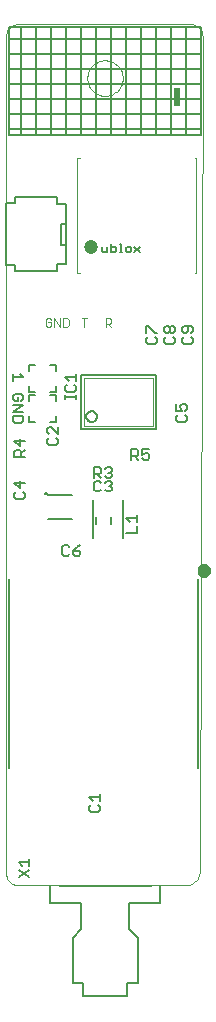
<source format=gto>
G75*
%MOIN*%
%OFA0B0*%
%FSLAX24Y24*%
%IPPOS*%
%LPD*%
%AMOC8*
5,1,8,0,0,1.08239X$1,22.5*
%
%ADD10C,0.0000*%
%ADD11C,0.0040*%
%ADD12C,0.0060*%
%ADD13C,0.0050*%
%ADD14C,0.0020*%
%ADD15C,0.0039*%
%ADD16C,0.0472*%
%ADD17R,0.0236X0.0591*%
%ADD18C,0.0080*%
%ADD19C,0.0240*%
D10*
X000950Y004251D02*
X000950Y032151D01*
X000952Y032190D01*
X000958Y032229D01*
X000967Y032267D01*
X000980Y032304D01*
X000997Y032340D01*
X001017Y032373D01*
X001041Y032405D01*
X001067Y032434D01*
X001096Y032460D01*
X001128Y032484D01*
X001161Y032504D01*
X001197Y032521D01*
X001234Y032534D01*
X001272Y032543D01*
X001311Y032549D01*
X001350Y032551D01*
X007100Y032551D01*
X007139Y032549D01*
X007178Y032543D01*
X007216Y032534D01*
X007253Y032521D01*
X007289Y032504D01*
X007322Y032484D01*
X007354Y032460D01*
X007383Y032434D01*
X007409Y032405D01*
X007433Y032373D01*
X007453Y032340D01*
X007470Y032304D01*
X007483Y032267D01*
X007492Y032229D01*
X007498Y032190D01*
X007500Y032151D01*
X007400Y004351D01*
X007403Y004309D01*
X007402Y004267D01*
X007397Y004226D01*
X007388Y004185D01*
X007375Y004145D01*
X007359Y004107D01*
X007339Y004070D01*
X007316Y004035D01*
X007290Y004002D01*
X007261Y003972D01*
X007230Y003945D01*
X007195Y003920D01*
X007159Y003899D01*
X007121Y003882D01*
X007082Y003868D01*
X007041Y003857D01*
X007000Y003851D01*
X001350Y003851D01*
X001311Y003853D01*
X001272Y003859D01*
X001234Y003868D01*
X001197Y003881D01*
X001161Y003898D01*
X001128Y003918D01*
X001096Y003942D01*
X001067Y003968D01*
X001041Y003997D01*
X001017Y004029D01*
X000997Y004062D01*
X000980Y004098D01*
X000967Y004135D01*
X000958Y004173D01*
X000952Y004212D01*
X000950Y004251D01*
X002050Y003851D02*
X006450Y003851D01*
X003659Y030751D02*
X003661Y030799D01*
X003667Y030847D01*
X003677Y030894D01*
X003690Y030940D01*
X003708Y030985D01*
X003728Y031029D01*
X003753Y031071D01*
X003781Y031110D01*
X003811Y031147D01*
X003845Y031181D01*
X003882Y031213D01*
X003920Y031242D01*
X003961Y031267D01*
X004004Y031289D01*
X004049Y031307D01*
X004095Y031321D01*
X004142Y031332D01*
X004190Y031339D01*
X004238Y031342D01*
X004286Y031341D01*
X004334Y031336D01*
X004382Y031327D01*
X004428Y031315D01*
X004473Y031298D01*
X004517Y031278D01*
X004559Y031255D01*
X004599Y031228D01*
X004637Y031198D01*
X004672Y031165D01*
X004704Y031129D01*
X004734Y031091D01*
X004760Y031050D01*
X004782Y031007D01*
X004802Y030963D01*
X004817Y030918D01*
X004829Y030871D01*
X004837Y030823D01*
X004841Y030775D01*
X004841Y030727D01*
X004837Y030679D01*
X004829Y030631D01*
X004817Y030584D01*
X004802Y030539D01*
X004782Y030495D01*
X004760Y030452D01*
X004734Y030411D01*
X004704Y030373D01*
X004672Y030337D01*
X004637Y030304D01*
X004599Y030274D01*
X004559Y030247D01*
X004517Y030224D01*
X004473Y030204D01*
X004428Y030187D01*
X004382Y030175D01*
X004334Y030166D01*
X004286Y030161D01*
X004238Y030160D01*
X004190Y030163D01*
X004142Y030170D01*
X004095Y030181D01*
X004049Y030195D01*
X004004Y030213D01*
X003961Y030235D01*
X003920Y030260D01*
X003882Y030289D01*
X003845Y030321D01*
X003811Y030355D01*
X003781Y030392D01*
X003753Y030431D01*
X003728Y030473D01*
X003708Y030517D01*
X003690Y030562D01*
X003677Y030608D01*
X003667Y030655D01*
X003661Y030703D01*
X003659Y030751D01*
D11*
X003657Y022751D02*
X003470Y022751D01*
X003563Y022751D02*
X003563Y022471D01*
X003046Y022517D02*
X003046Y022704D01*
X002999Y022751D01*
X002859Y022751D01*
X002859Y022471D01*
X002999Y022471D01*
X003046Y022517D01*
X002751Y022471D02*
X002751Y022751D01*
X002565Y022751D02*
X002751Y022471D01*
X002565Y022471D02*
X002565Y022751D01*
X002457Y022704D02*
X002410Y022751D01*
X002317Y022751D01*
X002270Y022704D01*
X002270Y022517D01*
X002317Y022471D01*
X002410Y022471D01*
X002457Y022517D01*
X002457Y022611D01*
X002363Y022611D01*
X004270Y022564D02*
X004410Y022564D01*
X004457Y022611D01*
X004457Y022704D01*
X004410Y022751D01*
X004270Y022751D01*
X004270Y022471D01*
X004363Y022564D02*
X004457Y022471D01*
D12*
X003624Y019471D02*
X003626Y019497D01*
X003632Y019523D01*
X003641Y019547D01*
X003654Y019570D01*
X003670Y019591D01*
X003689Y019609D01*
X003710Y019625D01*
X003734Y019637D01*
X003758Y019645D01*
X003784Y019650D01*
X003811Y019651D01*
X003837Y019648D01*
X003862Y019641D01*
X003886Y019631D01*
X003909Y019617D01*
X003929Y019601D01*
X003946Y019581D01*
X003961Y019559D01*
X003972Y019535D01*
X003980Y019510D01*
X003984Y019484D01*
X003984Y019458D01*
X003980Y019432D01*
X003972Y019407D01*
X003961Y019383D01*
X003946Y019361D01*
X003929Y019341D01*
X003909Y019325D01*
X003886Y019311D01*
X003862Y019301D01*
X003837Y019294D01*
X003811Y019291D01*
X003784Y019292D01*
X003758Y019297D01*
X003734Y019305D01*
X003710Y019317D01*
X003689Y019333D01*
X003670Y019351D01*
X003654Y019372D01*
X003641Y019395D01*
X003632Y019419D01*
X003626Y019445D01*
X003624Y019471D01*
X003454Y019052D02*
X003454Y020849D01*
X005946Y020849D01*
X005946Y019052D01*
X003454Y019052D01*
X003964Y016119D02*
X003964Y015883D01*
X004436Y015883D02*
X004436Y016119D01*
X002600Y019301D02*
X002400Y019301D01*
X002600Y019301D02*
X002600Y019501D01*
X002600Y020001D02*
X002600Y020201D01*
X002400Y020201D01*
X002400Y020301D02*
X002600Y020301D01*
X002600Y020501D01*
X002600Y021001D02*
X002600Y021201D01*
X002400Y021201D01*
X001900Y021201D02*
X001700Y021201D01*
X001700Y021001D01*
X001520Y020776D02*
X001180Y020776D01*
X001180Y020889D02*
X001180Y020662D01*
X001237Y020226D02*
X001180Y020169D01*
X001180Y020055D01*
X001237Y019999D01*
X001350Y019999D01*
X001350Y020112D01*
X001237Y020226D02*
X001464Y020226D01*
X001520Y020169D01*
X001520Y020055D01*
X001464Y019999D01*
X001520Y019857D02*
X001180Y019630D01*
X001520Y019630D01*
X001520Y019489D02*
X001520Y019319D01*
X001464Y019262D01*
X001237Y019262D01*
X001180Y019319D01*
X001180Y019489D01*
X001520Y019489D01*
X001520Y019857D02*
X001180Y019857D01*
X001520Y020776D02*
X001407Y020889D01*
X001700Y020501D02*
X001700Y020301D01*
X001900Y020301D01*
X001900Y020201D02*
X001700Y020201D01*
X001700Y020001D01*
X001700Y019501D02*
X001700Y019301D01*
X001900Y019301D01*
D13*
X002325Y019069D02*
X002325Y018952D01*
X002383Y018894D01*
X002383Y018759D02*
X002325Y018701D01*
X002325Y018584D01*
X002383Y018526D01*
X002617Y018526D01*
X002675Y018584D01*
X002675Y018701D01*
X002617Y018759D01*
X002675Y018894D02*
X002441Y019127D01*
X002383Y019127D01*
X002325Y019069D01*
X002675Y019127D02*
X002675Y018894D01*
X002929Y020056D02*
X002929Y020172D01*
X002929Y020114D02*
X003279Y020114D01*
X003279Y020056D02*
X003279Y020172D01*
X003221Y020301D02*
X003279Y020360D01*
X003279Y020476D01*
X003221Y020535D01*
X003279Y020669D02*
X003279Y020903D01*
X003279Y020786D02*
X002929Y020786D01*
X003046Y020669D01*
X002987Y020535D02*
X002929Y020476D01*
X002929Y020360D01*
X002987Y020301D01*
X003221Y020301D01*
X003875Y017776D02*
X003875Y017426D01*
X003875Y017542D02*
X004050Y017542D01*
X004109Y017601D01*
X004109Y017718D01*
X004050Y017776D01*
X003875Y017776D01*
X003992Y017542D02*
X004109Y017426D01*
X004064Y017326D02*
X004122Y017268D01*
X004064Y017326D02*
X003947Y017326D01*
X003888Y017268D01*
X003888Y017034D01*
X003947Y016976D01*
X004064Y016976D01*
X004122Y017034D01*
X004302Y017426D02*
X004243Y017484D01*
X004302Y017426D02*
X004418Y017426D01*
X004477Y017484D01*
X004477Y017542D01*
X004418Y017601D01*
X004360Y017601D01*
X004418Y017601D02*
X004477Y017659D01*
X004477Y017718D01*
X004418Y017776D01*
X004302Y017776D01*
X004243Y017718D01*
X004315Y017326D02*
X004432Y017326D01*
X004490Y017268D01*
X004490Y017209D01*
X004432Y017151D01*
X004490Y017092D01*
X004490Y017034D01*
X004432Y016976D01*
X004315Y016976D01*
X004257Y017034D01*
X004373Y017151D02*
X004432Y017151D01*
X004257Y017268D02*
X004315Y017326D01*
X004950Y016074D02*
X005300Y016074D01*
X005300Y015957D02*
X005300Y016191D01*
X005300Y015823D02*
X005300Y015589D01*
X004950Y015589D01*
X005066Y015957D02*
X004950Y016074D01*
X005125Y018026D02*
X005125Y018376D01*
X005300Y018376D01*
X005359Y018318D01*
X005359Y018201D01*
X005300Y018142D01*
X005125Y018142D01*
X005242Y018142D02*
X005359Y018026D01*
X005493Y018084D02*
X005552Y018026D01*
X005668Y018026D01*
X005727Y018084D01*
X005727Y018201D01*
X005668Y018259D01*
X005610Y018259D01*
X005493Y018201D01*
X005493Y018376D01*
X005727Y018376D01*
X005683Y021889D02*
X005625Y021947D01*
X005625Y022064D01*
X005683Y022123D01*
X005625Y022257D02*
X005625Y022491D01*
X005683Y022491D01*
X005917Y022257D01*
X005975Y022257D01*
X005917Y022123D02*
X005975Y022064D01*
X005975Y021947D01*
X005917Y021889D01*
X005683Y021889D01*
X006225Y021947D02*
X006283Y021889D01*
X006517Y021889D01*
X006575Y021947D01*
X006575Y022064D01*
X006517Y022123D01*
X006517Y022257D02*
X006458Y022257D01*
X006400Y022316D01*
X006400Y022432D01*
X006458Y022491D01*
X006517Y022491D01*
X006575Y022432D01*
X006575Y022316D01*
X006517Y022257D01*
X006400Y022316D02*
X006341Y022257D01*
X006283Y022257D01*
X006225Y022316D01*
X006225Y022432D01*
X006283Y022491D01*
X006341Y022491D01*
X006400Y022432D01*
X006283Y022123D02*
X006225Y022064D01*
X006225Y021947D01*
X006625Y019891D02*
X006625Y019657D01*
X006800Y019657D01*
X006741Y019774D01*
X006741Y019832D01*
X006800Y019891D01*
X006917Y019891D01*
X006975Y019832D01*
X006975Y019716D01*
X006917Y019657D01*
X006917Y019523D02*
X006975Y019464D01*
X006975Y019347D01*
X006917Y019289D01*
X006683Y019289D01*
X006625Y019347D01*
X006625Y019464D01*
X006683Y019523D01*
X006883Y021889D02*
X006825Y021947D01*
X006825Y022064D01*
X006883Y022123D01*
X006883Y022257D02*
X006825Y022316D01*
X006825Y022432D01*
X006883Y022491D01*
X007117Y022491D01*
X007175Y022432D01*
X007175Y022316D01*
X007117Y022257D01*
X007117Y022123D02*
X007175Y022064D01*
X007175Y021947D01*
X007117Y021889D01*
X006883Y021889D01*
X006883Y022257D02*
X006941Y022257D01*
X007000Y022316D01*
X007000Y022491D01*
X005413Y024953D02*
X005232Y025133D01*
X005232Y024953D02*
X005413Y025133D01*
X005118Y025088D02*
X005073Y025133D01*
X004983Y025133D01*
X004938Y025088D01*
X004938Y024998D01*
X004983Y024953D01*
X005073Y024953D01*
X005118Y024998D01*
X005118Y025088D01*
X004831Y024953D02*
X004741Y024953D01*
X004786Y024953D02*
X004786Y025224D01*
X004741Y025224D01*
X004627Y025088D02*
X004582Y025133D01*
X004447Y025133D01*
X004447Y025224D02*
X004447Y024953D01*
X004582Y024953D01*
X004627Y024998D01*
X004627Y025088D01*
X004332Y025133D02*
X004332Y024953D01*
X004197Y024953D01*
X004152Y024998D01*
X004152Y025133D01*
X003950Y028851D02*
X003950Y032451D01*
X004450Y032451D02*
X004450Y028851D01*
X004950Y028851D02*
X004950Y032451D01*
X005450Y032451D02*
X005450Y028851D01*
X005950Y028851D02*
X005950Y032451D01*
X006450Y032451D02*
X006450Y028851D01*
X006950Y028851D02*
X006950Y032451D01*
X007450Y032451D02*
X001050Y032451D01*
X001050Y028851D01*
X007450Y028851D01*
X007450Y032451D01*
X007450Y032051D02*
X001050Y032051D01*
X001050Y031551D02*
X007450Y031551D01*
X007450Y031051D02*
X001050Y031051D01*
X001050Y030551D02*
X007450Y030551D01*
X007450Y030051D02*
X001050Y030051D01*
X001050Y029551D02*
X007450Y029551D01*
X007450Y029051D02*
X001050Y029051D01*
X001450Y028851D02*
X001450Y032451D01*
X001950Y032451D02*
X001950Y028851D01*
X002450Y028851D02*
X002450Y032451D01*
X002950Y032451D02*
X002950Y028851D01*
X003450Y028851D02*
X003450Y032451D01*
X002639Y026791D02*
X001261Y026791D01*
X001261Y026574D01*
X000946Y026574D01*
X000946Y024527D01*
X001261Y024527D01*
X001261Y024310D01*
X002639Y024310D01*
X002639Y024547D01*
X002954Y024547D01*
X002954Y025196D01*
X002777Y025196D01*
X002777Y025905D01*
X002954Y025905D01*
X002954Y026555D01*
X002639Y026555D01*
X002639Y026791D01*
X002954Y025905D02*
X002954Y025196D01*
X001400Y018727D02*
X001400Y018494D01*
X001225Y018669D01*
X001575Y018669D01*
X001575Y018359D02*
X001458Y018242D01*
X001458Y018301D02*
X001458Y018126D01*
X001575Y018126D02*
X001225Y018126D01*
X001225Y018301D01*
X001283Y018359D01*
X001400Y018359D01*
X001458Y018301D01*
X001400Y017327D02*
X001400Y017094D01*
X001225Y017269D01*
X001575Y017269D01*
X001517Y016959D02*
X001575Y016901D01*
X001575Y016784D01*
X001517Y016726D01*
X001283Y016726D01*
X001225Y016784D01*
X001225Y016901D01*
X001283Y016959D01*
X001044Y014051D02*
X001044Y007751D01*
X001725Y004727D02*
X001725Y004494D01*
X001725Y004611D02*
X001375Y004611D01*
X001491Y004494D01*
X001375Y004359D02*
X001725Y004126D01*
X001725Y004359D02*
X001375Y004126D01*
X003725Y006347D02*
X003783Y006289D01*
X004017Y006289D01*
X004075Y006347D01*
X004075Y006464D01*
X004017Y006523D01*
X004075Y006657D02*
X004075Y006891D01*
X004075Y006774D02*
X003725Y006774D01*
X003841Y006657D01*
X003783Y006523D02*
X003725Y006464D01*
X003725Y006347D01*
X003368Y014826D02*
X003252Y014826D01*
X003193Y014884D01*
X003193Y015001D01*
X003368Y015001D01*
X003427Y014942D01*
X003427Y014884D01*
X003368Y014826D01*
X003193Y015001D02*
X003310Y015118D01*
X003427Y015176D01*
X003144Y016057D02*
X002356Y016057D01*
X002356Y016844D02*
X003144Y016844D01*
X003000Y015176D02*
X002883Y015176D01*
X002825Y015118D01*
X002825Y014884D01*
X002883Y014826D01*
X003000Y014826D01*
X003059Y014884D01*
X003059Y015118D02*
X003000Y015176D01*
X002250Y016903D02*
X002252Y016913D01*
X002257Y016922D01*
X002266Y016928D01*
X002275Y016931D01*
X002286Y016930D01*
X002295Y016925D01*
X002302Y016918D01*
X002306Y016908D01*
X002306Y016898D01*
X002302Y016888D01*
X002295Y016881D01*
X002286Y016876D01*
X002275Y016875D01*
X002266Y016878D01*
X002257Y016884D01*
X002252Y016893D01*
X002250Y016903D01*
X007344Y014051D02*
X007344Y007751D01*
D14*
X005856Y019142D02*
X005856Y020759D01*
X003544Y020759D01*
X003544Y019142D01*
X005856Y019142D01*
D15*
X007240Y024262D02*
X007299Y024262D01*
X007299Y028081D01*
X007240Y028081D01*
X003421Y028081D02*
X003322Y028081D01*
X003322Y024262D01*
X003421Y024262D01*
D16*
X003795Y025129D03*
D17*
X006662Y030133D03*
D18*
X004862Y016681D02*
X004862Y015421D01*
X003838Y015421D02*
X003838Y016681D01*
X002734Y003811D02*
X005766Y003811D01*
X006081Y003811D02*
X006081Y003240D01*
X005037Y003240D01*
X005037Y002394D01*
X005333Y002099D01*
X005333Y000603D01*
X004998Y000603D01*
X004998Y000140D01*
X003502Y000140D01*
X003502Y000603D01*
X003167Y000603D01*
X003167Y002099D01*
X003463Y002394D01*
X003463Y003240D01*
X002419Y003240D01*
X002419Y003811D01*
D19*
X007435Y014333D02*
X007437Y014354D01*
X007443Y014374D01*
X007452Y014392D01*
X007464Y014409D01*
X007480Y014423D01*
X007498Y014434D01*
X007517Y014442D01*
X007538Y014446D01*
X007558Y014446D01*
X007579Y014442D01*
X007598Y014434D01*
X007616Y014423D01*
X007632Y014409D01*
X007644Y014392D01*
X007653Y014374D01*
X007659Y014354D01*
X007661Y014333D01*
X007659Y014312D01*
X007653Y014292D01*
X007644Y014274D01*
X007632Y014257D01*
X007616Y014243D01*
X007598Y014232D01*
X007579Y014224D01*
X007558Y014220D01*
X007538Y014220D01*
X007517Y014224D01*
X007498Y014232D01*
X007480Y014243D01*
X007464Y014257D01*
X007452Y014274D01*
X007443Y014292D01*
X007437Y014312D01*
X007435Y014333D01*
M02*

</source>
